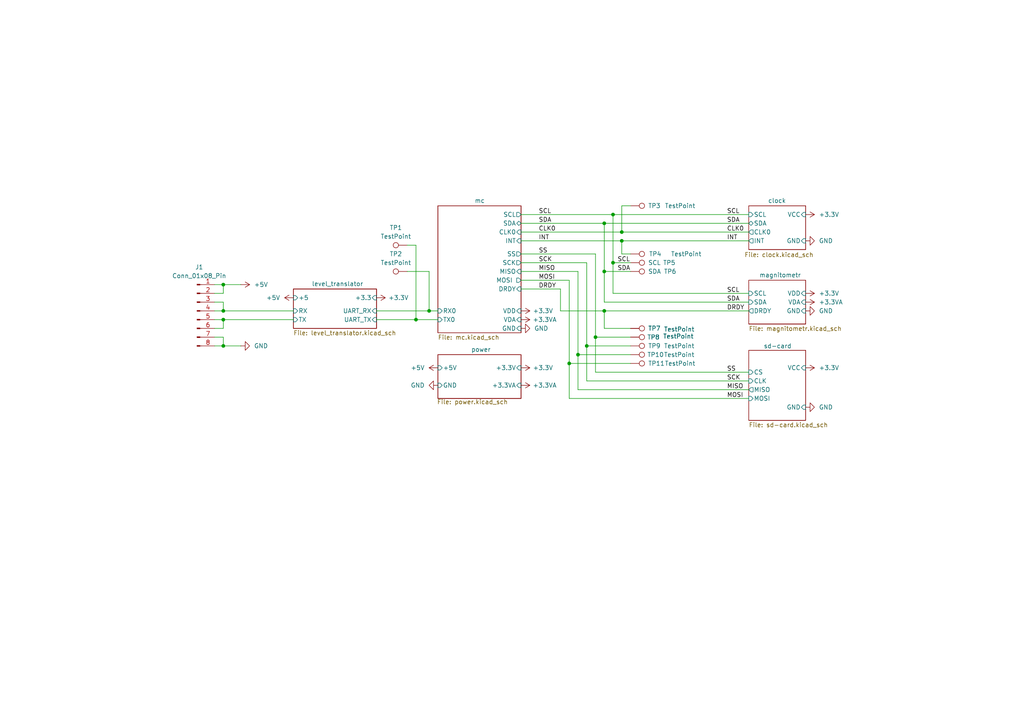
<source format=kicad_sch>
(kicad_sch (version 20250114) (generator "eeschema") (generator_version "9.0")
  (paper "A4")
  (lib_symbols
    (symbol "Connector:Conn_01x08_Pin" (pin_names (offset 1.016) (hide yes))
      (property "Reference" "J" (at 0 10.16 0))
      (property "Value" "Conn_01x08_Pin" (at 0 -12.7 0))
      (symbol "Conn_01x08_Pin_1_1"
        (rectangle (start 0.8636 7.747) (end 0 7.493) (stroke (width 0.1524)) (fill (type outline)))
        (rectangle (start 0.8636 5.207) (end 0 4.953) (stroke (width 0.1524)) (fill (type outline)))
        (rectangle (start 0.8636 2.667) (end 0 2.413) (stroke (width 0.1524)) (fill (type outline)))
        (rectangle (start 0.8636 0.127) (end 0 -0.127) (stroke (width 0.1524)) (fill (type outline)))
        (rectangle (start 0.8636 -2.413) (end 0 -2.667) (stroke (width 0.1524)) (fill (type outline)))
        (rectangle (start 0.8636 -4.953) (end 0 -5.207) (stroke (width 0.1524)) (fill (type outline)))
        (rectangle (start 0.8636 -7.493) (end 0 -7.747) (stroke (width 0.1524)) (fill (type outline)))
        (rectangle (start 0.8636 -10.033) (end 0 -10.287) (stroke (width 0.1524)) (fill (type outline)))
        (polyline (pts (xy 1.27 7.62) (xy 0.8636 7.62)) (stroke (width 0.1524)))
        (polyline (pts (xy 1.27 5.08) (xy 0.8636 5.08)) (stroke (width 0.1524)))
        (polyline (pts (xy 1.27 2.54) (xy 0.8636 2.54)) (stroke (width 0.1524)))
        (polyline (pts (xy 1.27 0) (xy 0.8636 0)) (stroke (width 0.1524)))
        (polyline (pts (xy 1.27 -2.54) (xy 0.8636 -2.54)) (stroke (width 0.1524)))
        (polyline (pts (xy 1.27 -5.08) (xy 0.8636 -5.08)) (stroke (width 0.1524)))
        (polyline (pts (xy 1.27 -7.62) (xy 0.8636 -7.62)) (stroke (width 0.1524)))
        (polyline (pts (xy 1.27 -10.16) (xy 0.8636 -10.16)) (stroke (width 0.1524)))
        (pin passive line (at 5.08 7.62 180) (length 3.81) (name "Pin_1") (number "1"))
        (pin passive line (at 5.08 5.08 180) (length 3.81) (name "Pin_2") (number "2"))
        (pin passive line (at 5.08 2.54 180) (length 3.81) (name "Pin_3") (number "3"))
        (pin passive line (at 5.08 0 180) (length 3.81) (name "Pin_4") (number "4"))
        (pin passive line (at 5.08 -2.54 180) (length 3.81) (name "Pin_5") (number "5"))
        (pin passive line (at 5.08 -5.08 180) (length 3.81) (name "Pin_6") (number "6"))
        (pin passive line (at 5.08 -7.62 180) (length 3.81) (name "Pin_7") (number "7"))
        (pin passive line (at 5.08 -10.16 180) (length 3.81) (name "Pin_8") (number "8"))
      )
    )
    (symbol "Connector:TestPoint" (pin_numbers (hide yes)) (pin_names (offset 0.762) (hide yes))
      (property "Reference" "TP" (at 0 6.858 0))
      (property "Value" "TestPoint" (at 0 5.08 0))
      (symbol "TestPoint_0_1"
        (circle (center 0 3.302) (radius 0.762))
      )
      (symbol "TestPoint_1_1"
        (pin passive line (at 0 0 90) (length 2.54) (name "1") (number "1"))
      )
    )
    (symbol "power:+3.3V" (power) (pin_numbers (hide yes)) (pin_names (offset 0) (hide yes))
      (property "Value" "+3.3V" (at 0 3.556 0))
      (symbol "+3.3V_0_1"
        (polyline (pts (xy -0.762 1.27) (xy 0 2.54)))
        (polyline (pts (xy 0 2.54) (xy 0.762 1.27)))
        (polyline (pts (xy 0 0) (xy 0 2.54)))
      )
      (symbol "+3.3V_1_1"
        (pin power_in line (at 0 0 90) (length 0) (name "~") (number "1"))
      )
    )
    (symbol "power:+3.3VA" (power) (pin_numbers (hide yes)) (pin_names (offset 0) (hide yes))
      (property "Value" "+3.3VA" (at 0 3.556 0))
      (symbol "+3.3VA_0_1"
        (polyline (pts (xy -0.762 1.27) (xy 0 2.54)))
        (polyline (pts (xy 0 2.54) (xy 0.762 1.27)))
        (polyline (pts (xy 0 0) (xy 0 2.54)))
      )
      (symbol "+3.3VA_1_1"
        (pin power_in line (at 0 0 90) (length 0) (name "~") (number "1"))
      )
    )
    (symbol "power:+5V" (power) (pin_numbers (hide yes)) (pin_names (offset 0) (hide yes))
      (property "Value" "+5V" (at 0 3.556 0))
      (symbol "+5V_0_1"
        (polyline (pts (xy -0.762 1.27) (xy 0 2.54)))
        (polyline (pts (xy 0 2.54) (xy 0.762 1.27)))
        (polyline (pts (xy 0 0) (xy 0 2.54)))
      )
      (symbol "+5V_1_1"
        (pin power_in line (at 0 0 90) (length 0) (name "~") (number "1"))
      )
    )
    (symbol "power:GND" (power) (pin_numbers (hide yes)) (pin_names (offset 0) (hide yes))
      (property "Value" "GND" (at 0 -3.81 0))
      (symbol "GND_0_1"
        (polyline (pts (xy 0 0) (xy 0 -1.27) (xy 1.27 -1.27) (xy 0 -2.54) (xy -1.27 -1.27) (xy 0 -1.27)))
      )
      (symbol "GND_1_1"
        (pin power_in line (at 0 0 270) (length 0) (name "~") (number "1"))
      )
    )
  )
  (junction (at 170.18 100.33))
  (junction (at 64.77 82.55))
  (junction (at 177.8 62.23))
  (junction (at 64.77 90.17))
  (junction (at 175.26 64.77))
  (junction (at 124.46 90.17))
  (junction (at 180.34 69.85))
  (junction (at 175.26 90.17))
  (junction (at 64.77 100.33))
  (junction (at 120.65 92.71))
  (junction (at 177.8 76.2))
  (junction (at 167.64 102.87))
  (junction (at 175.26 78.74))
  (junction (at 180.34 67.31))
  (junction (at 165.1 105.41))
  (junction (at 64.77 92.71))
  (junction (at 172.72 97.79))
  (wire (pts (xy 175.26 95.25) (xy 182.88 95.25)))
  (wire (pts (xy 175.26 87.63) (xy 217.17 87.63)))
  (wire (pts (xy 120.65 92.71) (xy 127 92.71)))
  (wire (pts (xy 167.64 102.87) (xy 182.88 102.87)))
  (wire (pts (xy 64.77 100.33) (xy 69.85 100.33)))
  (wire (pts (xy 180.34 69.85) (xy 180.34 73.66)))
  (wire (pts (xy 64.77 97.79) (xy 64.77 100.33)))
  (wire (pts (xy 62.23 82.55) (xy 64.77 82.55)))
  (wire (pts (xy 170.18 76.2) (xy 170.18 100.33)))
  (wire (pts (xy 151.13 64.77) (xy 175.26 64.77)))
  (wire (pts (xy 170.18 100.33) (xy 170.18 110.49)))
  (wire (pts (xy 62.23 100.33) (xy 64.77 100.33)))
  (wire (pts (xy 151.13 78.74) (xy 167.64 78.74)))
  (wire (pts (xy 120.65 92.71) (xy 120.65 71.12)))
  (wire (pts (xy 151.13 67.31) (xy 180.34 67.31)))
  (wire (pts (xy 180.34 59.69) (xy 182.88 59.69)))
  (wire (pts (xy 180.34 73.66) (xy 182.88 73.66)))
  (wire (pts (xy 151.13 69.85) (xy 180.34 69.85)))
  (wire (pts (xy 165.1 105.41) (xy 165.1 115.57)))
  (wire (pts (xy 124.46 90.17) (xy 127 90.17)))
  (wire (pts (xy 120.65 71.12) (xy 118.11 71.12)))
  (wire (pts (xy 167.64 78.74) (xy 167.64 102.87)))
  (wire (pts (xy 109.22 90.17) (xy 124.46 90.17)))
  (wire (pts (xy 175.26 78.74) (xy 175.26 87.63)))
  (wire (pts (xy 177.8 62.23) (xy 177.8 76.2)))
  (wire (pts (xy 170.18 110.49) (xy 217.17 110.49)))
  (wire (pts (xy 124.46 78.74) (xy 124.46 90.17)))
  (wire (pts (xy 177.8 85.09) (xy 217.17 85.09)))
  (wire (pts (xy 167.64 113.03) (xy 217.17 113.03)))
  (wire (pts (xy 175.26 64.77) (xy 217.17 64.77)))
  (wire (pts (xy 172.72 107.95) (xy 217.17 107.95)))
  (wire (pts (xy 162.56 90.17) (xy 162.56 83.82)))
  (wire (pts (xy 64.77 90.17) (xy 85.09 90.17)))
  (wire (pts (xy 177.8 76.2) (xy 177.8 85.09)))
  (wire (pts (xy 151.13 76.2) (xy 170.18 76.2)))
  (wire (pts (xy 180.34 69.85) (xy 217.17 69.85)))
  (wire (pts (xy 165.1 105.41) (xy 182.88 105.41)))
  (wire (pts (xy 64.77 87.63) (xy 64.77 90.17)))
  (wire (pts (xy 180.34 59.69) (xy 180.34 67.31)))
  (wire (pts (xy 64.77 90.17) (xy 62.23 90.17)))
  (wire (pts (xy 175.26 78.74) (xy 182.88 78.74)))
  (wire (pts (xy 170.18 100.33) (xy 182.88 100.33)))
  (wire (pts (xy 180.34 67.31) (xy 217.17 67.31)))
  (wire (pts (xy 151.13 73.66) (xy 172.72 73.66)))
  (wire (pts (xy 177.8 76.2) (xy 182.88 76.2)))
  (wire (pts (xy 62.23 87.63) (xy 64.77 87.63)))
  (wire (pts (xy 62.23 95.25) (xy 64.77 95.25)))
  (wire (pts (xy 172.72 73.66) (xy 172.72 97.79)))
  (wire (pts (xy 151.13 81.28) (xy 165.1 81.28)))
  (wire (pts (xy 64.77 85.09) (xy 64.77 82.55)))
  (wire (pts (xy 162.56 90.17) (xy 175.26 90.17)))
  (wire (pts (xy 151.13 62.23) (xy 177.8 62.23)))
  (wire (pts (xy 175.26 90.17) (xy 217.17 90.17)))
  (wire (pts (xy 177.8 62.23) (xy 217.17 62.23)))
  (wire (pts (xy 64.77 92.71) (xy 85.09 92.71)))
  (wire (pts (xy 167.64 113.03) (xy 167.64 102.87)))
  (wire (pts (xy 64.77 92.71) (xy 64.77 95.25)))
  (wire (pts (xy 109.22 92.71) (xy 120.65 92.71)))
  (wire (pts (xy 124.46 78.74) (xy 118.11 78.74)))
  (wire (pts (xy 172.72 97.79) (xy 172.72 107.95)))
  (wire (pts (xy 62.23 85.09) (xy 64.77 85.09)))
  (wire (pts (xy 175.26 90.17) (xy 175.26 95.25)))
  (wire (pts (xy 64.77 82.55) (xy 69.85 82.55)))
  (wire (pts (xy 62.23 97.79) (xy 64.77 97.79)))
  (wire (pts (xy 165.1 81.28) (xy 165.1 105.41)))
  (wire (pts (xy 162.56 83.82) (xy 151.13 83.82)))
  (wire (pts (xy 172.72 97.79) (xy 182.88 97.79)))
  (wire (pts (xy 62.23 92.71) (xy 64.77 92.71)))
  (wire (pts (xy 165.1 115.57) (xy 217.17 115.57)))
  (wire (pts (xy 175.26 64.77) (xy 175.26 78.74)))
  (label "SCL" (at 210.82 62.23 0))
  (label "DRDY" (at 156.21 83.82 0))
  (label "SCK" (at 156.21 76.2 0))
  (label "SCK" (at 210.82 110.49 0))
  (label "SDA" (at 210.82 87.63 0))
  (label "INT" (at 156.21 69.85 0))
  (label "INT" (at 210.82 69.85 0))
  (label "SDA" (at 210.82 64.77 0))
  (label "SCL" (at 156.21 62.23 0))
  (label "SS" (at 210.82 107.95 0))
  (label "SDA" (at 156.21 64.77 0))
  (label "SCL" (at 179.07 76.2 0))
  (label "CLK0" (at 210.82 67.31 0))
  (label "MISO" (at 210.82 113.03 0))
  (label "SDA" (at 179.07 78.74 0))
  (label "SCL" (at 210.82 85.09 0))
  (label "SS" (at 156.21 73.66 0))
  (label "DRDY" (at 210.82 90.17 0))
  (label "MISO" (at 156.21 78.74 0))
  (label "MOSI " (at 210.82 115.57 0))
  (label "MOSI " (at 156.21 81.28 0))
  (label "CLK0" (at 156.21 67.31 0))
  (symbol (lib_id "power:+3.3VA") (at 151.13 111.76 270) (unit 1)
    (property "Reference" "#PWR011" (effects (hide yes)))
    (property "Value" "+3.3VA" (at 157.988 111.76 90))
    (property "Description" "Power symbol creates a global label with name \"+3.3VA\"" (effects (hide yes)))
  )
  (symbol (lib_id "power:GND") (at 127 111.76 270) (unit 1)
    (property "Reference" "#PWR06" (effects (hide yes)))
    (property "Value" "GND" (at 123.19 111.7599 90) (effects (justify right)))
    (property "Description" "Power symbol creates a global label with name \"GND\" , ground" (effects (hide yes)))
  )
  (symbol (lib_id "Connector:TestPoint") (at 182.88 59.69 270) (unit 1)
    (property "Reference" "TP3" (at 187.96 59.69 90) (effects (justify left)))
    (property "Value" "TestPoint" (at 192.786 59.69 90) (effects (justify left)))
    (property "Footprint" "TestPoint:TestPoint_Pad_D1.0mm" (effects (hide yes)))
    (property "Description" "test point" (effects (hide yes)))
  )
  (symbol (lib_id "Connector:TestPoint") (at 182.88 102.87 270) (unit 1)
    (property "Reference" "TP10" (at 187.706 102.87 90) (effects (justify left)))
    (property "Value" "TestPoint" (at 192.532 102.87 90) (effects (justify left)))
    (property "Footprint" "TestPoint:TestPoint_Pad_D1.0mm" (effects (hide yes)))
    (property "Description" "test point" (effects (hide yes)))
  )
  (symbol (lib_id "power:+3.3V") (at 233.68 106.68 270) (unit 1)
    (property "Reference" "#PWR017" (effects (hide yes)))
    (property "Value" "+3.3V" (at 237.49 106.6799 90) (effects (justify left)))
    (property "Description" "Power symbol creates a global label with name \"+3.3V\"" (effects (hide yes)))
  )
  (symbol (lib_id "power:GND") (at 233.68 90.17 90) (unit 1)
    (property "Reference" "#PWR016" (effects (hide yes)))
    (property "Value" "GND" (at 237.49 90.1699 90) (effects (justify right)))
    (property "Description" "Power symbol creates a global label with name \"GND\" , ground" (effects (hide yes)))
  )
  (symbol (lib_id "power:GND") (at 233.68 118.11 90) (unit 1)
    (property "Reference" "#PWR018" (effects (hide yes)))
    (property "Value" "GND" (at 237.49 118.1099 90) (effects (justify right)))
    (property "Description" "Power symbol creates a global label with name \"GND\" , ground" (effects (hide yes)))
  )
  (symbol (lib_id "power:GND") (at 233.68 69.85 90) (unit 1)
    (property "Reference" "#PWR013" (effects (hide yes)))
    (property "Value" "GND" (at 237.49 69.8499 90) (effects (justify right)))
    (property "Description" "Power symbol creates a global label with name \"GND\" , ground" (effects (hide yes)))
  )
  (symbol (lib_id "power:+5V") (at 127 106.68 90) (unit 1)
    (property "Reference" "#PWR05" (effects (hide yes)))
    (property "Value" "+5V" (at 123.19 106.6799 90) (effects (justify left)))
    (property "Description" "Power symbol creates a global label with name \"+5V\"" (effects (hide yes)))
  )
  (symbol (lib_id "power:+3.3V") (at 151.13 106.68 270) (unit 1)
    (property "Reference" "#PWR010" (effects (hide yes)))
    (property "Value" "+3.3V" (at 157.48 106.68 90))
    (property "Description" "Power symbol creates a global label with name \"+3.3V\"" (effects (hide yes)))
  )
  (symbol (lib_id "Connector:TestPoint") (at 182.88 76.2 270) (unit 1)
    (property "Reference" "TP5" (at 192.278 76.2 90) (effects (justify left)))
    (property "Value" "SCL" (at 187.96 76.2 90) (effects (justify left)))
    (property "Footprint" "TestPoint:TestPoint_Pad_D1.0mm" (effects (hide yes)))
    (property "Description" "test point" (effects (hide yes)))
  )
  (symbol (lib_id "Connector:TestPoint") (at 182.88 97.79 270) (unit 1)
    (property "Reference" "TP8" (at 187.706 97.79 90) (effects (justify left)))
    (property "Value" "TestPoint" (at 192.278 97.536 90) (effects (justify left)))
    (property "Footprint" "TestPoint:TestPoint_Pad_D1.0mm" (effects (hide yes)))
    (property "Description" "test point" (effects (hide yes)))
  )
  (symbol (lib_id "power:+3.3VA") (at 151.13 92.71 270) (unit 1)
    (property "Reference" "#PWR08" (effects (hide yes)))
    (property "Value" "+3.3VA" (at 157.988 92.71 90))
    (property "Description" "Power symbol creates a global label with name \"+3.3VA\"" (effects (hide yes)))
  )
  (symbol (lib_id "Connector:TestPoint") (at 118.11 78.74 90) (unit 1)
    (property "Reference" "TP2" (at 114.808 73.66 90))
    (property "Value" "TestPoint" (at 114.808 76.2 90))
    (property "Footprint" "TestPoint:TestPoint_Pad_D1.0mm" (effects (hide yes)))
    (property "Description" "test point" (effects (hide yes)))
  )
  (symbol (lib_id "Connector:TestPoint") (at 118.11 71.12 90) (unit 1)
    (property "Reference" "TP1" (at 114.808 66.04 90))
    (property "Value" "TestPoint" (at 114.808 68.58 90))
    (property "Footprint" "TestPoint:TestPoint_Pad_D1.0mm" (effects (hide yes)))
    (property "Description" "test point" (effects (hide yes)))
  )
  (symbol (lib_id "Connector:TestPoint") (at 182.88 95.25 270) (unit 1)
    (property "Reference" "TP7" (at 187.96 95.25 90) (effects (justify left)))
    (property "Value" "TestPoint" (at 192.532 95.504 90) (effects (justify left)))
    (property "Footprint" "TestPoint:TestPoint_Pad_D1.0mm" (effects (hide yes)))
    (property "Description" "test point" (effects (hide yes)))
  )
  (symbol (lib_id "Connector:TestPoint") (at 182.88 105.41 270) (unit 1)
    (property "Reference" "TP11" (at 187.96 105.41 90) (effects (justify left)))
    (property "Value" "TestPoint" (at 192.786 105.41 90) (effects (justify left)))
    (property "Footprint" "TestPoint:TestPoint_Pad_D1.0mm" (effects (hide yes)))
    (property "Description" "test point" (effects (hide yes)))
  )
  (symbol (lib_id "Connector:Conn_01x08_Pin") (at 57.15 90.17 0) (unit 1)
    (property "Reference" "J1" (at 57.785 77.47 0))
    (property "Value" "Conn_01x08_Pin" (at 57.785 80.01 0))
    (property "Footprint" "Connector_PinHeader_2.54mm:PinHeader_2x04_P2.54mm_Vertical" (effects (hide yes)))
    (property "Description" "Generic connector, single row, 01x08, script generated" (effects (hide yes)))
  )
  (symbol (lib_id "power:+3.3V") (at 109.22 86.36 270) (unit 1)
    (property "Reference" "#PWR04" (effects (hide yes)))
    (property "Value" "+3.3V" (at 115.57 86.36 90))
    (property "Description" "Power symbol creates a global label with name \"+3.3V\"" (effects (hide yes)))
  )
  (symbol (lib_id "power:+5V") (at 85.09 86.36 90) (unit 1)
    (property "Reference" "#PWR03" (effects (hide yes)))
    (property "Value" "+5V" (at 81.28 86.3599 90) (effects (justify left)))
    (property "Description" "Power symbol creates a global label with name \"+5V\"" (effects (hide yes)))
  )
  (symbol (lib_id "Connector:TestPoint") (at 182.88 73.66 270) (unit 1)
    (property "Reference" "TP4" (at 188.214 73.66 90) (effects (justify left)))
    (property "Value" "TestPoint" (at 194.564 73.66 90) (effects (justify left)))
    (property "Footprint" "TestPoint:TestPoint_Pad_D1.0mm" (effects (hide yes)))
    (property "Description" "test point" (effects (hide yes)))
  )
  (symbol (lib_id "power:+3.3V") (at 151.13 90.17 270) (unit 1)
    (property "Reference" "#PWR07" (effects (hide yes)))
    (property "Value" "+3.3V" (at 157.48 90.17 90))
    (property "Description" "Power symbol creates a global label with name \"+3.3V\"" (effects (hide yes)))
  )
  (symbol (lib_id "Connector:TestPoint") (at 182.88 78.74 270) (unit 1)
    (property "Reference" "TP6" (at 192.532 78.7401 90) (effects (justify left)))
    (property "Value" "SDA" (at 187.96 78.74 90) (effects (justify left)))
    (property "Footprint" "TestPoint:TestPoint_Pad_D1.0mm" (effects (hide yes)))
    (property "Description" "test point" (effects (hide yes)))
  )
  (symbol (lib_id "power:+3.3V") (at 233.68 62.23 270) (unit 1)
    (property "Reference" "#PWR012" (effects (hide yes)))
    (property "Value" "+3.3V" (at 237.49 62.2299 90) (effects (justify left)))
    (property "Description" "Power symbol creates a global label with name \"+3.3V\"" (effects (hide yes)))
  )
  (symbol (lib_id "power:+3.3VA") (at 233.68 87.63 270) (unit 1)
    (property "Reference" "#PWR015" (effects (hide yes)))
    (property "Value" "+3.3VA" (at 237.49 87.6299 90) (effects (justify left)))
    (property "Description" "Power symbol creates a global label with name \"+3.3VA\"" (effects (hide yes)))
  )
  (symbol (lib_id "power:GND") (at 69.85 100.33 90) (unit 1)
    (property "Reference" "#PWR02" (effects (hide yes)))
    (property "Value" "GND" (at 73.66 100.3299 90) (effects (justify right)))
    (property "Description" "Power symbol creates a global label with name \"GND\" , ground" (effects (hide yes)))
  )
  (symbol (lib_id "power:GND") (at 151.13 95.25 90) (unit 1)
    (property "Reference" "#PWR09" (effects (hide yes)))
    (property "Value" "GND" (at 154.94 95.2499 90) (effects (justify right)))
    (property "Description" "Power symbol creates a global label with name \"GND\" , ground" (effects (hide yes)))
  )
  (symbol (lib_id "power:+3.3V") (at 233.68 85.09 270) (unit 1)
    (property "Reference" "#PWR014" (effects (hide yes)))
    (property "Value" "+3.3V" (at 237.49 85.0899 90) (effects (justify left)))
    (property "Description" "Power symbol creates a global label with name \"+3.3V\"" (effects (hide yes)))
  )
  (symbol (lib_id "Connector:TestPoint") (at 182.88 100.33 270) (unit 1)
    (property "Reference" "TP9" (at 187.96 100.33 90) (effects (justify left)))
    (property "Value" "TestPoint" (at 192.532 100.33 90) (effects (justify left)))
    (property "Footprint" "TestPoint:TestPoint_Pad_D1.0mm" (effects (hide yes)))
    (property "Description" "test point" (effects (hide yes)))
  )
  (symbol (lib_id "power:+5V") (at 69.85 82.55 270) (unit 1)
    (property "Reference" "#PWR01" (effects (hide yes)))
    (property "Value" "+5V" (at 73.66 82.5499 90) (effects (justify left)))
    (property "Description" "Power symbol creates a global label with name \"+5V\"" (effects (hide yes)))
  )
  (sheet (at 217.17 81.28) (size 16.51 12.7) (stroke (width 0.1524))
    (property "Sheetname" "magnitometr" (at 220.218 80.518 0) (effects (justify left bottom)))
    (property "Sheetfile" "magnitometr.kicad_sch" (at 217.17 94.5646 0) (effects (justify left top)))
    (pin "DRDY" output (at 217.17 90.17 180))
    (pin "GND" input (at 233.68 90.17 0))
    (pin "SCL" input (at 217.17 85.09 180))
    (pin "SDA" input (at 217.17 87.63 180))
    (pin "VDA" input (at 233.68 87.63 0))
    (pin "VDD" input (at 233.68 85.09 0))
  )
  (sheet (at 217.17 59.69) (size 16.51 12.7) (stroke (width 0.1524))
    (property "Sheetname" "clock" (at 222.758 58.928 0) (effects (justify left bottom)))
    (property "Sheetfile" "clock.kicad_sch" (at 215.9 73.152 0) (effects (justify left top)))
    (pin "VCC" input (at 233.68 62.23 0))
    (pin "CLK0" output (at 217.17 67.31 180))
    (pin "GND" input (at 233.68 69.85 0))
    (pin "INT" output (at 217.17 69.85 180))
    (pin "SCL" input (at 217.17 62.23 180))
    (pin "SDA" bidirectional (at 217.17 64.77 180))
  )
  (sheet (at 85.09 83.82) (size 24.13 11.43) (stroke (width 0.1524))
    (property "Sheetname" "level_translator" (at 90.424 83.058 0) (effects (justify left bottom)))
    (property "Sheetfile" "level_translator.kicad_sch" (at 85.09 95.8346 0) (effects (justify left top)))
    (pin "+3.3" input (at 109.22 86.36 0))
    (pin "+5" input (at 85.09 86.36 180))
    (pin "RX" input (at 85.09 90.17 180))
    (pin "TX" input (at 85.09 92.71 180))
    (pin "UART_RX" input (at 109.22 90.17 0))
    (pin "UART_TX" input (at 109.22 92.71 0))
  )
  (sheet (at 127 59.69) (size 24.13 36.83) (stroke (width 0.1524))
    (property "Sheetname" "mc" (at 137.668 58.928 0) (effects (justify left bottom)))
    (property "Sheetfile" "mc.kicad_sch" (at 127 97.1046 0) (effects (justify left top)))
    (pin "GND" input (at 151.13 95.25 0))
    (pin "MISO" input (at 151.13 78.74 0))
    (pin "MOSI " output (at 151.13 81.28 0))
    (pin "RX0" input (at 127 90.17 180))
    (pin "SCK" output (at 151.13 76.2 0))
    (pin "SCL" output (at 151.13 62.23 0))
    (pin "SDA" bidirectional (at 151.13 64.77 0))
    (pin "SS" output (at 151.13 73.66 0))
    (pin "TX0" input (at 127 92.71 180))
    (pin "VDA" input (at 151.13 92.71 0))
    (pin "VDD" input (at 151.13 90.17 0))
    (pin "CLK0" input (at 151.13 67.31 0))
    (pin "DRDY" input (at 151.13 83.82 0))
    (pin "INT" input (at 151.13 69.85 0))
  )
  (sheet (at 217.17 101.6) (size 16.51 20.32) (stroke (width 0.1524))
    (property "Sheetname" "sd-card" (at 221.488 101.092 0) (effects (justify left bottom)))
    (property "Sheetfile" "sd-card.kicad_sch" (at 217.17 122.5046 0) (effects (justify left top)))
    (pin "CLK" input (at 217.17 110.49 180))
    (pin "CS" input (at 217.17 107.95 180))
    (pin "GND" input (at 233.68 118.11 0))
    (pin "MISO" output (at 217.17 113.03 180))
    (pin "MOSI" input (at 217.17 115.57 180))
    (pin "VCC" input (at 233.68 106.68 0))
  )
  (sheet (at 127 102.87) (size 24.13 12.7) (stroke (width 0.1524))
    (property "Sheetname" "power" (at 136.652 102.108 0) (effects (justify left bottom)))
    (property "Sheetfile" "power.kicad_sch" (at 126.746 115.824 0) (effects (justify left top)))
    (pin "+3.3V" input (at 151.13 106.68 0))
    (pin "+3.3VA" input (at 151.13 111.76 0))
    (pin "+5V" input (at 127 106.68 180))
    (pin "GND" input (at 127 111.76 180))
  )
)
</source>
